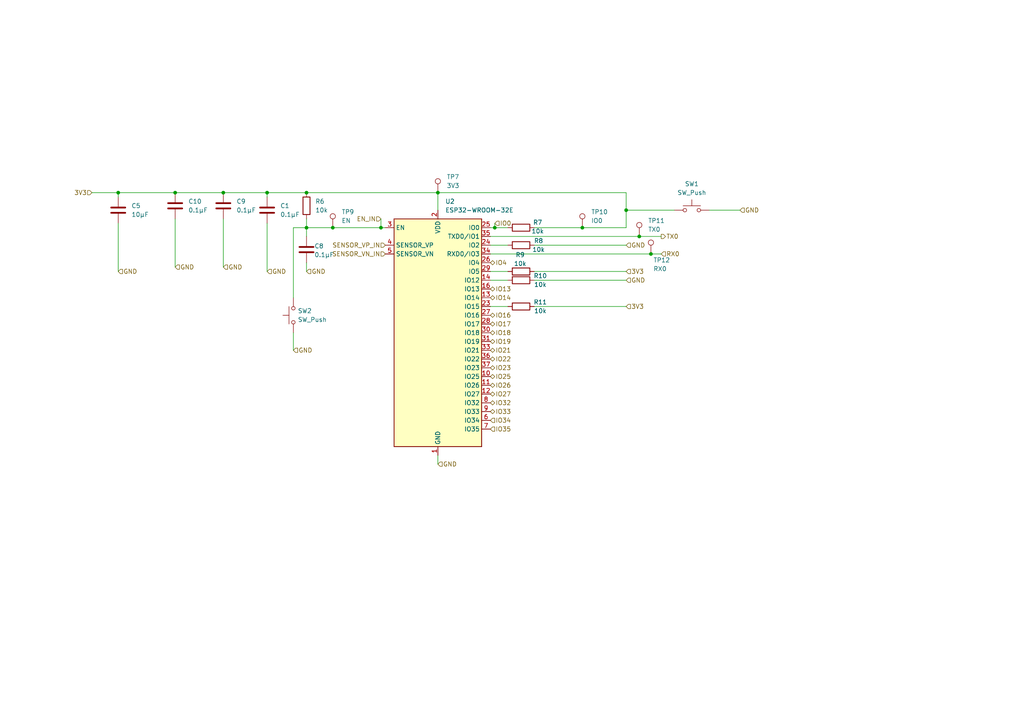
<source format=kicad_sch>
(kicad_sch (version 20250114) (generator "eeschema") (generator_version "9.0")
  (paper "A4")
  (lib_symbols
    (symbol "Connector:TestPoint" (pin_numbers (hide yes)) (pin_names (offset 0.762) (hide yes))
      (property "Reference" "TP" (at 0 6.858 0))
      (property "Value" "TestPoint" (at 0 5.08 0))
      (symbol "TestPoint_0_1"
        (circle (center 0 3.302) (radius 0.762))
      )
      (symbol "TestPoint_1_1"
        (pin passive line (at 0 0 90) (length 2.54) (name "1") (number "1"))
      )
    )
    (symbol "Device:C" (pin_numbers (hide yes)) (pin_names (offset 0.254))
      (property "Reference" "C" (at 0.635 2.54 0))
      (property "Value" "C" (at 0.635 -2.54 0))
      (symbol "C_0_1"
        (polyline (pts (xy -2.032 0.762) (xy 2.032 0.762)) (stroke (width 0.508)))
        (polyline (pts (xy -2.032 -0.762) (xy 2.032 -0.762)) (stroke (width 0.508)))
      )
      (symbol "C_1_1"
        (pin passive line (at 0 3.81 270) (length 2.794) (name "~") (number "1"))
        (pin passive line (at 0 -3.81 90) (length 2.794) (name "~") (number "2"))
      )
    )
    (symbol "Device:R" (pin_numbers (hide yes)) (pin_names (offset 0))
      (property "Reference" "R" (at 2.032 0 90))
      (property "Value" "R" (at 0 0 90))
      (symbol "R_0_1"
        (rectangle (start -1.016 -2.54) (end 1.016 2.54) (stroke (width 0.254)))
      )
      (symbol "R_1_1"
        (pin passive line (at 0 3.81 270) (length 1.27) (name "~") (number "1"))
        (pin passive line (at 0 -3.81 90) (length 1.27) (name "~") (number "2"))
      )
    )
    (symbol "RF_Module:ESP32-WROOM-32E"
      (property "Reference" "U" (at -12.7 34.29 0))
      (property "Value" "ESP32-WROOM-32E" (at 1.27 34.29 0))
      (symbol "ESP32-WROOM-32E_0_1"
        (rectangle (start -12.7 33.02) (end 12.7 -33.02) (stroke (width 0.254)) (fill (type background)))
      )
      (symbol "ESP32-WROOM-32E_1_1"
        (pin input line (at -15.24 30.48 0) (length 2.54) (name "EN") (number "3"))
        (pin input line (at -15.24 25.4 0) (length 2.54) (name "SENSOR_VP") (number "4"))
        (pin input line (at -15.24 22.86 0) (length 2.54) (name "SENSOR_VN") (number "5"))
        (pin no_connect line (at -12.7 0 0) (length 2.54) (hide yes) (name "NC") (number "21"))
        (pin no_connect line (at -12.7 -2.54 0) (length 2.54) (hide yes) (name "NC") (number "22"))
        (pin no_connect line (at -12.7 -5.08 0) (length 2.54) (hide yes) (name "NC") (number "17"))
        (pin no_connect line (at -12.7 -7.62 0) (length 2.54) (hide yes) (name "NC") (number "18"))
        (pin no_connect line (at -12.7 -10.16 0) (length 2.54) (hide yes) (name "NC") (number "20"))
        (pin no_connect line (at -12.7 -12.7 0) (length 2.54) (hide yes) (name "NC") (number "19"))
        (pin no_connect line (at -12.7 -27.94 0) (length 2.54) (hide yes) (name "NC") (number "32"))
        (pin power_in line (at 0 35.56 270) (length 2.54) (name "VDD") (number "2"))
        (pin power_in line (at 0 -35.56 90) (length 2.54) (name "GND") (number "1"))
        (pin passive line (at 0 -35.56 90) (length 2.54) (hide yes) (name "GND") (number "15"))
        (pin passive line (at 0 -35.56 90) (length 2.54) (hide yes) (name "GND") (number "38"))
        (pin passive line (at 0 -35.56 90) (length 2.54) (hide yes) (name "GND") (number "39"))
        (pin bidirectional line (at 15.24 30.48 180) (length 2.54) (name "IO0") (number "25"))
        (pin bidirectional line (at 15.24 27.94 180) (length 2.54) (name "TXD0/IO1") (number "35"))
        (pin bidirectional line (at 15.24 25.4 180) (length 2.54) (name "IO2") (number "24"))
        (pin bidirectional line (at 15.24 22.86 180) (length 2.54) (name "RXD0/IO3") (number "34"))
        (pin bidirectional line (at 15.24 20.32 180) (length 2.54) (name "IO4") (number "26"))
        (pin bidirectional line (at 15.24 17.78 180) (length 2.54) (name "IO5") (number "29"))
        (pin bidirectional line (at 15.24 15.24 180) (length 2.54) (name "IO12") (number "14"))
        (pin bidirectional line (at 15.24 12.7 180) (length 2.54) (name "IO13") (number "16"))
        (pin bidirectional line (at 15.24 10.16 180) (length 2.54) (name "IO14") (number "13"))
        (pin bidirectional line (at 15.24 7.62 180) (length 2.54) (name "IO15") (number "23"))
        (pin bidirectional line (at 15.24 5.08 180) (length 2.54) (name "IO16") (number "27"))
        (pin bidirectional line (at 15.24 2.54 180) (length 2.54) (name "IO17") (number "28"))
        (pin bidirectional line (at 15.24 0 180) (length 2.54) (name "IO18") (number "30"))
        (pin bidirectional line (at 15.24 -2.54 180) (length 2.54) (name "IO19") (number "31"))
        (pin bidirectional line (at 15.24 -5.08 180) (length 2.54) (name "IO21") (number "33"))
        (pin bidirectional line (at 15.24 -7.62 180) (length 2.54) (name "IO22") (number "36"))
        (pin bidirectional line (at 15.24 -10.16 180) (length 2.54) (name "IO23") (number "37"))
        (pin bidirectional line (at 15.24 -12.7 180) (length 2.54) (name "IO25") (number "10"))
        (pin bidirectional line (at 15.24 -15.24 180) (length 2.54) (name "IO26") (number "11"))
        (pin bidirectional line (at 15.24 -17.78 180) (length 2.54) (name "IO27") (number "12"))
        (pin bidirectional line (at 15.24 -20.32 180) (length 2.54) (name "IO32") (number "8"))
        (pin bidirectional line (at 15.24 -22.86 180) (length 2.54) (name "IO33") (number "9"))
        (pin input line (at 15.24 -25.4 180) (length 2.54) (name "IO34") (number "6"))
        (pin input line (at 15.24 -27.94 180) (length 2.54) (name "IO35") (number "7"))
      )
    )
    (symbol "Switch:SW_Push" (pin_numbers (hide yes)) (pin_names (offset 1.016) (hide yes))
      (property "Reference" "SW" (at 1.27 2.54 0))
      (property "Value" "SW_Push" (at 0 -1.524 0))
      (symbol "SW_Push_0_1"
        (circle (center -2.032 0) (radius 0.508))
        (polyline (pts (xy 0 1.27) (xy 0 3.048)))
        (circle (center 2.032 0) (radius 0.508))
        (polyline (pts (xy 2.54 1.27) (xy -2.54 1.27)))
        (pin passive line (at -5.08 0 0) (length 2.54) (name "1") (number "1"))
        (pin passive line (at 5.08 0 180) (length 2.54) (name "2") (number "2"))
      )
    )
  )
  (junction (at 110.49 66.04))
  (junction (at 181.61 60.96))
  (junction (at 185.42 68.58))
  (junction (at 77.47 55.88))
  (junction (at 64.77 55.88))
  (junction (at 143.51 66.04))
  (junction (at 188.7936 73.66))
  (junction (at 127 55.88))
  (junction (at 168.91 66.04))
  (junction (at 88.9 55.88))
  (junction (at 34.29 55.88))
  (junction (at 96.52 66.04))
  (junction (at 50.8 55.88))
  (junction (at 88.9 66.04))
  (wire (pts (xy 143.51 64.77) (xy 143.51 66.04)))
  (wire (pts (xy 142.24 71.12) (xy 147.32 71.12)))
  (wire (pts (xy 127 55.88) (xy 127 60.96)))
  (wire (pts (xy 88.9 66.04) (xy 88.9 68.58)))
  (wire (pts (xy 34.29 55.88) (xy 34.29 57.15)))
  (wire (pts (xy 85.09 96.52) (xy 85.09 101.6)))
  (wire (pts (xy 188.7936 73.66) (xy 142.24 73.66)))
  (wire (pts (xy 154.94 81.28) (xy 181.61 81.28)))
  (wire (pts (xy 205.74 60.96) (xy 214.63 60.96)))
  (wire (pts (xy 154.94 78.74) (xy 181.61 78.74)))
  (wire (pts (xy 181.61 60.96) (xy 181.61 55.88)))
  (wire (pts (xy 154.94 88.9) (xy 181.61 88.9)))
  (wire (pts (xy 88.9 66.04) (xy 96.52 66.04)))
  (wire (pts (xy 181.61 60.96) (xy 195.58 60.96)))
  (wire (pts (xy 191.77 68.58) (xy 185.42 68.58)))
  (wire (pts (xy 142.24 81.28) (xy 147.32 81.28)))
  (wire (pts (xy 142.24 78.74) (xy 147.32 78.74)))
  (wire (pts (xy 64.77 55.88) (xy 77.47 55.88)))
  (wire (pts (xy 143.51 66.04) (xy 147.32 66.04)))
  (wire (pts (xy 26.67 55.88) (xy 34.29 55.88)))
  (wire (pts (xy 64.77 63.5) (xy 64.77 77.47)))
  (wire (pts (xy 85.09 66.04) (xy 88.9 66.04)))
  (wire (pts (xy 191.77 73.66) (xy 188.7936 73.66)))
  (wire (pts (xy 50.8 63.5) (xy 50.8 77.47)))
  (wire (pts (xy 88.9 66.04) (xy 88.9 63.5)))
  (wire (pts (xy 142.24 66.04) (xy 143.51 66.04)))
  (wire (pts (xy 154.94 66.04) (xy 168.91 66.04)))
  (wire (pts (xy 34.29 55.88) (xy 50.8 55.88)))
  (wire (pts (xy 110.49 63.5) (xy 110.49 66.04)))
  (wire (pts (xy 88.9 55.88) (xy 127 55.88)))
  (wire (pts (xy 96.52 66.04) (xy 110.49 66.04)))
  (wire (pts (xy 34.29 64.77) (xy 34.29 78.74)))
  (wire (pts (xy 77.47 64.77) (xy 77.47 78.74)))
  (wire (pts (xy 88.9 76.2) (xy 88.9 78.74)))
  (wire (pts (xy 127 132.08) (xy 127 134.62)))
  (wire (pts (xy 110.49 66.04) (xy 111.76 66.04)))
  (wire (pts (xy 50.8 55.88) (xy 64.77 55.88)))
  (wire (pts (xy 127 55.88) (xy 181.61 55.88)))
  (wire (pts (xy 85.09 86.36) (xy 85.09 66.04)))
  (wire (pts (xy 168.91 66.04) (xy 181.61 66.04)))
  (wire (pts (xy 181.61 66.04) (xy 181.61 60.96)))
  (wire (pts (xy 142.24 88.9) (xy 147.32 88.9)))
  (wire (pts (xy 77.47 55.88) (xy 77.47 57.15)))
  (wire (pts (xy 154.94 71.12) (xy 181.61 71.12)))
  (wire (pts (xy 77.47 55.88) (xy 88.9 55.88)))
  (wire (pts (xy 185.42 68.58) (xy 142.24 68.58)))
  (hierarchical_label "GND" (shape input) (at 88.9 78.74 0))
  (hierarchical_label "IO25" (shape bidirectional) (at 142.24 109.22 0))
  (hierarchical_label "IO21" (shape bidirectional) (at 142.24 101.6 0))
  (hierarchical_label "RX0" (shape input) (at 191.77 73.66 0))
  (hierarchical_label "GND" (shape input) (at 181.61 71.12 0))
  (hierarchical_label "IO16" (shape bidirectional) (at 142.24 91.44 0))
  (hierarchical_label "GND" (shape input) (at 214.63 60.96 0))
  (hierarchical_label "IO33" (shape bidirectional) (at 142.24 119.38 0))
  (hierarchical_label "IO18" (shape bidirectional) (at 142.24 96.52 0))
  (hierarchical_label "IO19" (shape bidirectional) (at 142.24 99.06 0))
  (hierarchical_label "IO14" (shape bidirectional) (at 142.24 86.36 0))
  (hierarchical_label "SENSOR_VP_IN" (shape input) (at 111.76 71.12 180))
  (hierarchical_label "SENSOR_VN_IN" (shape input) (at 111.76 73.66 180))
  (hierarchical_label "IO34" (shape input) (at 142.24 121.92 0))
  (hierarchical_label "TX0" (shape output) (at 191.77 68.58 0))
  (hierarchical_label "IO27" (shape bidirectional) (at 142.24 114.3 0))
  (hierarchical_label "GND" (shape input) (at 34.29 78.74 0))
  (hierarchical_label "EN_IN" (shape input) (at 110.49 63.5 180))
  (hierarchical_label "GND" (shape input) (at 77.47 78.74 0))
  (hierarchical_label "IO32" (shape bidirectional) (at 142.24 116.84 0))
  (hierarchical_label "GND" (shape input) (at 50.8 77.47 0))
  (hierarchical_label "IO17" (shape bidirectional) (at 142.24 93.98 0))
  (hierarchical_label "IO22" (shape bidirectional) (at 142.24 104.14 0))
  (hierarchical_label "IO23" (shape bidirectional) (at 142.24 106.68 0))
  (hierarchical_label "IO26" (shape bidirectional) (at 142.24 111.76 0))
  (hierarchical_label "GND" (shape input) (at 85.09 101.6 0))
  (hierarchical_label "3V3" (shape input) (at 181.61 88.9 0))
  (hierarchical_label "3V3" (shape input) (at 26.67 55.88 180))
  (hierarchical_label "IO0" (shape input) (at 143.51 64.77 0))
  (hierarchical_label "GND" (shape input) (at 64.77 77.47 0))
  (hierarchical_label "IO4" (shape bidirectional) (at 142.24 76.2 0))
  (hierarchical_label "IO35" (shape input) (at 142.24 124.46 0))
  (hierarchical_label "3V3" (shape input) (at 181.61 78.74 0))
  (hierarchical_label "GND" (shape input) (at 181.61 81.28 0))
  (hierarchical_label "GND" (shape input) (at 127 134.62 0))
  (hierarchical_label "IO13" (shape bidirectional) (at 142.24 83.82 0))
  (symbol (lib_id "Connector:TestPoint") (at 185.42 68.58 0) (unit 1)
    (property "Reference" "TP11" (at 187.96 64.0079 0) (effects (justify left)))
    (property "Value" "TX0" (at 187.96 66.5479 0) (effects (justify left)))
    (property "Footprint" "TestPoint:TestPoint_Pad_D1.5mm" (effects (hide yes)))
    (property "Description" "test point" (effects (hide yes)))
  )
  (symbol (lib_id "Switch:SW_Push") (at 85.09 91.44 90) (unit 1)
    (property "Reference" "SW2" (at 86.36 90.1699 90) (effects (justify right)))
    (property "Value" "SW_Push" (at 86.36 92.7099 90) (effects (justify right)))
    (property "Description" "Push button switch, generic, two pins" (effects (hide yes)))
  )
  (symbol (lib_id "Device:R") (at 151.13 66.04 270) (unit 1)
    (property "Reference" "R7" (at 155.956 64.516 90))
    (property "Value" "10k" (at 155.956 67.056 90))
    (property "Footprint" "Resistor_SMD:R_0603_1608Metric" (effects (hide yes)))
    (property "Description" "Resistor" (effects (hide yes)))
  )
  (symbol (lib_id "Device:C") (at 77.47 60.96 0) (unit 1)
    (property "Reference" "C1" (at 81.28 59.6899 0) (effects (justify left)))
    (property "Value" "0.1µF" (at 81.28 62.2299 0) (effects (justify left)))
    (property "Footprint" "Capacitor_SMD:C_0603_1608Metric" (effects (hide yes)))
    (property "Description" "Unpolarized capacitor" (effects (hide yes)))
  )
  (symbol (lib_id "Device:C") (at 64.77 59.69 0) (unit 1)
    (property "Reference" "C9" (at 68.58 58.4199 0) (effects (justify left)))
    (property "Value" "0.1µF" (at 68.58 60.9599 0) (effects (justify left)))
    (property "Footprint" "Capacitor_SMD:C_0603_1608Metric" (effects (hide yes)))
    (property "Description" "Unpolarized capacitor" (effects (hide yes)))
  )
  (symbol (lib_id "Connector:TestPoint") (at 96.52 66.04 0) (unit 1)
    (property "Reference" "TP9" (at 99.06 61.4679 0) (effects (justify left)))
    (property "Value" "EN" (at 99.06 64.0079 0) (effects (justify left)))
    (property "Footprint" "TestPoint:TestPoint_Pad_D1.5mm" (effects (hide yes)))
    (property "Description" "test point" (effects (hide yes)))
  )
  (symbol (lib_id "Device:R") (at 151.13 81.28 270) (unit 1)
    (property "Reference" "R10" (at 156.718 80.01 90))
    (property "Value" "10k" (at 156.718 82.55 90))
    (property "Footprint" "Resistor_SMD:R_0603_1608Metric" (effects (hide yes)))
    (property "Description" "Resistor" (effects (hide yes)))
  )
  (symbol (lib_id "Device:C") (at 88.9 72.39 0) (unit 1)
    (property "Reference" "C8" (at 91.186 71.374 0) (effects (justify left)))
    (property "Value" "0.1µF" (at 91.186 73.914 0) (effects (justify left)))
    (property "Footprint" "Capacitor_SMD:C_0603_1608Metric" (effects (hide yes)))
    (property "Description" "Unpolarized capacitor" (effects (hide yes)))
  )
  (symbol (lib_id "Device:R") (at 88.9 59.69 0) (unit 1)
    (property "Reference" "R6" (at 91.44 58.4199 0) (effects (justify left)))
    (property "Value" "10k" (at 91.44 60.9599 0) (effects (justify left)))
    (property "Footprint" "Resistor_SMD:R_0603_1608Metric" (effects (hide yes)))
    (property "Description" "Resistor" (effects (hide yes)))
  )
  (symbol (lib_id "Device:C") (at 50.8 59.69 0) (unit 1)
    (property "Reference" "C10" (at 54.61 58.4199 0) (effects (justify left)))
    (property "Value" "0.1µF" (at 54.61 60.9599 0) (effects (justify left)))
    (property "Footprint" "Capacitor_SMD:C_0603_1608Metric" (effects (hide yes)))
    (property "Description" "Unpolarized capacitor" (effects (hide yes)))
  )
  (symbol (lib_id "Connector:TestPoint") (at 188.7936 73.66 0) (unit 1)
    (property "Reference" "TP12" (at 189.484 75.438 0) (effects (justify left)))
    (property "Value" "RX0" (at 189.484 77.978 0) (effects (justify left)))
    (property "Footprint" "TestPoint:TestPoint_Pad_D1.5mm" (effects (hide yes)))
    (property "Description" "test point" (effects (hide yes)))
  )
  (symbol (lib_id "Connector:TestPoint") (at 127 55.88 0) (unit 1)
    (property "Reference" "TP7" (at 129.54 51.3079 0) (effects (justify left)))
    (property "Value" "3V3" (at 129.54 53.8479 0) (effects (justify left)))
    (property "Footprint" "TestPoint:TestPoint_Pad_D1.5mm" (effects (hide yes)))
    (property "Description" "test point" (effects (hide yes)))
  )
  (symbol (lib_id "Device:C") (at 34.29 60.96 0) (unit 1)
    (property "Reference" "C5" (at 38.1 59.6899 0) (effects (justify left)))
    (property "Value" "10µF" (at 38.1 62.2299 0) (effects (justify left)))
    (property "Footprint" "Capacitor_SMD:C_0805_2012Metric" (effects (hide yes)))
    (property "Description" "Unpolarized capacitor" (effects (hide yes)))
  )
  (symbol (lib_id "Device:R") (at 151.13 78.74 270) (unit 1)
    (property "Reference" "R9" (at 150.876 73.914 90))
    (property "Value" "10k" (at 150.876 76.454 90))
    (property "Footprint" "Resistor_SMD:R_0603_1608Metric" (effects (hide yes)))
    (property "Description" "Resistor" (effects (hide yes)))
  )
  (symbol (lib_id "Switch:SW_Push") (at 200.66 60.96 0) (unit 1)
    (property "Reference" "SW1" (at 200.66 53.34 0))
    (property "Value" "SW_Push" (at 200.66 55.88 0))
    (property "Description" "Push button switch, generic, two pins" (effects (hide yes)))
  )
  (symbol (lib_id "Device:R") (at 151.13 88.9 270) (unit 1)
    (property "Reference" "R11" (at 156.718 87.63 90))
    (property "Value" "10k" (at 156.718 90.17 90))
    (property "Footprint" "Resistor_SMD:R_0603_1608Metric" (effects (hide yes)))
    (property "Description" "Resistor" (effects (hide yes)))
  )
  (symbol (lib_id "Device:R") (at 151.13 71.12 270) (unit 1)
    (property "Reference" "R8" (at 156.21 69.85 90))
    (property "Value" "10k" (at 156.21 72.39 90))
    (property "Footprint" "Resistor_SMD:R_0603_1608Metric" (effects (hide yes)))
    (property "Description" "Resistor" (effects (hide yes)))
  )
  (symbol (lib_id "Connector:TestPoint") (at 168.91 66.04 0) (unit 1)
    (property "Reference" "TP10" (at 171.45 61.4679 0) (effects (justify left)))
    (property "Value" "IO0" (at 171.45 64.0079 0) (effects (justify left)))
    (property "Footprint" "TestPoint:TestPoint_Pad_D1.5mm" (effects (hide yes)))
    (property "Description" "test point" (effects (hide yes)))
  )
  (symbol (lib_id "RF_Module:ESP32-WROOM-32E") (at 127 96.52 0) (unit 1)
    (property "Reference" "U2" (at 129.1433 58.42 0) (effects (justify left)))
    (property "Value" "ESP32-WROOM-32E" (at 129.1433 60.96 0) (effects (justify left)))
    (property "Footprint" "RF_Module:ESP32-WROOM-32D" (effects (hide yes)))
    (property "Datasheet" "https://www.espressif.com/sites/default/files/documentation/esp32-wroom-32e_esp32-wroom-32ue_datasheet_en.pdf" (effects (hide yes)))
    (property "Description" "RF Module, ESP32-D0WD-V3 SoC, without PSRAM, Wi-Fi 802.11b/g/n, Bluetooth, BLE, 32-bit, 2.7-3.6V, onboard antenna, SMD" (effects (hide yes)))
  )
)
</source>
